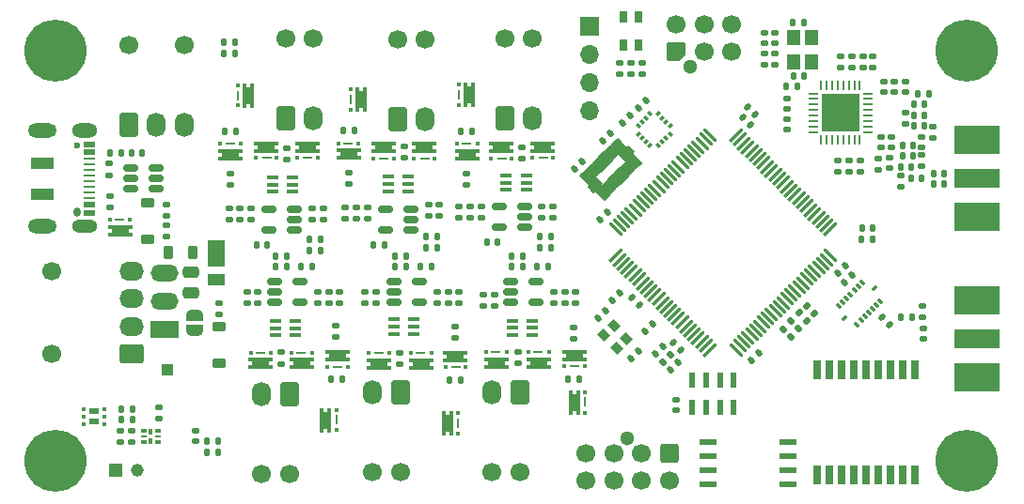
<source format=gts>
G04 #@! TF.GenerationSoftware,KiCad,Pcbnew,8.0.3*
G04 #@! TF.CreationDate,2024-07-31T22:39:35+02:00*
G04 #@! TF.ProjectId,hw-tele-stern,68772d74-656c-4652-9d73-7465726e2e6b,rev2 w/ output diodes*
G04 #@! TF.SameCoordinates,Original*
G04 #@! TF.FileFunction,Soldermask,Top*
G04 #@! TF.FilePolarity,Negative*
%FSLAX46Y46*%
G04 Gerber Fmt 4.6, Leading zero omitted, Abs format (unit mm)*
G04 Created by KiCad (PCBNEW 8.0.3) date 2024-07-31 22:39:35*
%MOMM*%
%LPD*%
G01*
G04 APERTURE LIST*
G04 Aperture macros list*
%AMRoundRect*
0 Rectangle with rounded corners*
0 $1 Rounding radius*
0 $2 $3 $4 $5 $6 $7 $8 $9 X,Y pos of 4 corners*
0 Add a 4 corners polygon primitive as box body*
4,1,4,$2,$3,$4,$5,$6,$7,$8,$9,$2,$3,0*
0 Add four circle primitives for the rounded corners*
1,1,$1+$1,$2,$3*
1,1,$1+$1,$4,$5*
1,1,$1+$1,$6,$7*
1,1,$1+$1,$8,$9*
0 Add four rect primitives between the rounded corners*
20,1,$1+$1,$2,$3,$4,$5,0*
20,1,$1+$1,$4,$5,$6,$7,0*
20,1,$1+$1,$6,$7,$8,$9,0*
20,1,$1+$1,$8,$9,$2,$3,0*%
%AMRotRect*
0 Rectangle, with rotation*
0 The origin of the aperture is its center*
0 $1 length*
0 $2 width*
0 $3 Rotation angle, in degrees counterclockwise*
0 Add horizontal line*
21,1,$1,$2,0,0,$3*%
%AMFreePoly0*
4,1,15,1.100000,0.175000,0.750000,0.175000,0.750000,-0.175000,1.100000,-0.175000,1.100000,-0.475000,0.750000,-0.475000,-0.750000,-0.475000,-1.100000,-0.475000,-1.100000,-0.175000,-0.750000,-0.175000,-0.750000,0.175000,-1.100000,0.175000,-1.100000,0.475000,1.100000,0.475000,1.100000,0.175000,1.100000,0.175000,$1*%
%AMFreePoly1*
4,1,22,0.695671,0.830970,0.776777,0.776777,0.830970,0.695671,0.850000,0.600000,0.850000,-0.600000,0.830970,-0.695671,0.776777,-0.776777,0.695671,-0.830970,0.600000,-0.850000,-0.200000,-0.850000,-0.295671,-0.830970,-0.376777,-0.776777,-0.776777,-0.376777,-0.830970,-0.295671,-0.850000,-0.200000,-0.850000,0.600000,-0.830970,0.695671,-0.776777,0.776777,-0.695671,0.830970,-0.600000,0.850000,
0.600000,0.850000,0.695671,0.830970,0.695671,0.830970,$1*%
%AMFreePoly2*
4,1,19,0.500000,-0.750000,0.000000,-0.750000,0.000000,-0.744911,-0.071157,-0.744911,-0.207708,-0.704816,-0.327430,-0.627875,-0.420627,-0.520320,-0.479746,-0.390866,-0.500000,-0.250000,-0.500000,0.250000,-0.479746,0.390866,-0.420627,0.520320,-0.327430,0.627875,-0.207708,0.704816,-0.071157,0.744911,0.000000,0.744911,0.000000,0.750000,0.500000,0.750000,0.500000,-0.750000,0.500000,-0.750000,
$1*%
%AMFreePoly3*
4,1,19,0.000000,0.744911,0.071157,0.744911,0.207708,0.704816,0.327430,0.627875,0.420627,0.520320,0.479746,0.390866,0.500000,0.250000,0.500000,-0.250000,0.479746,-0.390866,0.420627,-0.520320,0.327430,-0.627875,0.207708,-0.704816,0.071157,-0.744911,0.000000,-0.744911,0.000000,-0.750000,-0.500000,-0.750000,-0.500000,0.750000,0.000000,0.750000,0.000000,0.744911,0.000000,0.744911,
$1*%
G04 Aperture macros list end*
%ADD10C,0.155000*%
%ADD11R,2.500000X1.500000*%
%ADD12O,2.500000X1.500000*%
%ADD13R,1.150000X1.150000*%
%ADD14C,1.150000*%
%ADD15R,4.190000X2.665000*%
%ADD16R,4.190000X1.780000*%
%ADD17RoundRect,0.021200X0.243800X-0.633800X0.243800X0.633800X-0.243800X0.633800X-0.243800X-0.633800X0*%
%ADD18R,1.610000X0.610000*%
%ADD19R,0.580000X0.300000*%
%ADD20R,0.580000X0.250000*%
%ADD21R,0.350000X0.630000*%
%ADD22RoundRect,0.135000X-0.185000X0.135000X-0.185000X-0.135000X0.185000X-0.135000X0.185000X0.135000X0*%
%ADD23RoundRect,0.140000X-0.219203X-0.021213X-0.021213X-0.219203X0.219203X0.021213X0.021213X0.219203X0*%
%ADD24RoundRect,0.062500X-0.375000X-0.062500X0.375000X-0.062500X0.375000X0.062500X-0.375000X0.062500X0*%
%ADD25RoundRect,0.062500X-0.062500X-0.375000X0.062500X-0.375000X0.062500X0.375000X-0.062500X0.375000X0*%
%ADD26R,3.450000X3.450000*%
%ADD27RoundRect,0.075000X-0.459619X-0.565685X0.565685X0.459619X0.459619X0.565685X-0.565685X-0.459619X0*%
%ADD28RoundRect,0.075000X0.459619X-0.565685X0.565685X-0.459619X-0.459619X0.565685X-0.565685X0.459619X0*%
%ADD29R,0.300000X0.350000*%
%ADD30R,0.235000X0.870000*%
%ADD31FreePoly0,90.000000*%
%ADD32C,1.700000*%
%ADD33RoundRect,0.250000X0.850000X0.600000X-0.850000X0.600000X-0.850000X-0.600000X0.850000X-0.600000X0*%
%ADD34O,2.200000X1.700000*%
%ADD35R,0.350000X0.300000*%
%ADD36R,0.870000X0.235000*%
%ADD37FreePoly0,180.000000*%
%ADD38RoundRect,0.147500X-0.147500X-0.172500X0.147500X-0.172500X0.147500X0.172500X-0.147500X0.172500X0*%
%ADD39RoundRect,0.147500X0.017678X-0.226274X0.226274X-0.017678X-0.017678X0.226274X-0.226274X0.017678X0*%
%ADD40RoundRect,0.140000X0.170000X-0.140000X0.170000X0.140000X-0.170000X0.140000X-0.170000X-0.140000X0*%
%ADD41R,1.150000X1.400000*%
%ADD42FreePoly0,0.000000*%
%ADD43RoundRect,0.135000X0.185000X-0.135000X0.185000X0.135000X-0.185000X0.135000X-0.185000X-0.135000X0*%
%ADD44RoundRect,0.218750X-0.218750X-0.381250X0.218750X-0.381250X0.218750X0.381250X-0.218750X0.381250X0*%
%ADD45RoundRect,0.135000X-0.135000X-0.185000X0.135000X-0.185000X0.135000X0.185000X-0.135000X0.185000X0*%
%ADD46RoundRect,0.135000X-0.035355X0.226274X-0.226274X0.035355X0.035355X-0.226274X0.226274X-0.035355X0*%
%ADD47RoundRect,0.135000X0.135000X0.185000X-0.135000X0.185000X-0.135000X-0.185000X0.135000X-0.185000X0*%
%ADD48RoundRect,0.140000X0.219203X0.021213X0.021213X0.219203X-0.219203X-0.021213X-0.021213X-0.219203X0*%
%ADD49RoundRect,0.140000X-0.140000X-0.170000X0.140000X-0.170000X0.140000X0.170000X-0.140000X0.170000X0*%
%ADD50RoundRect,0.147500X-0.172500X0.147500X-0.172500X-0.147500X0.172500X-0.147500X0.172500X0.147500X0*%
%ADD51RoundRect,0.140000X0.140000X0.170000X-0.140000X0.170000X-0.140000X-0.170000X0.140000X-0.170000X0*%
%ADD52R,1.100000X0.400000*%
%ADD53RoundRect,0.150000X0.512500X0.150000X-0.512500X0.150000X-0.512500X-0.150000X0.512500X-0.150000X0*%
%ADD54RotRect,0.800000X0.900000X45.000000*%
%ADD55RoundRect,0.225000X0.375000X-0.225000X0.375000X0.225000X-0.375000X0.225000X-0.375000X-0.225000X0*%
%ADD56R,1.500000X2.400000*%
%ADD57R,1.500000X1.050000*%
%ADD58RoundRect,0.140000X0.021213X-0.219203X0.219203X-0.021213X-0.021213X0.219203X-0.219203X0.021213X0*%
%ADD59RoundRect,0.147500X0.172500X-0.147500X0.172500X0.147500X-0.172500X0.147500X-0.172500X-0.147500X0*%
%ADD60RoundRect,0.135000X-0.226274X-0.035355X-0.035355X-0.226274X0.226274X0.035355X0.035355X0.226274X0*%
%ADD61RotRect,0.590000X0.350000X135.000000*%
%ADD62RotRect,0.590000X0.350000X45.000000*%
%ADD63RotRect,0.590000X0.350000X315.000000*%
%ADD64RotRect,0.590000X0.350000X225.000000*%
%ADD65RoundRect,0.140000X-0.170000X0.140000X-0.170000X-0.140000X0.170000X-0.140000X0.170000X0.140000X0*%
%ADD66RoundRect,0.135000X0.035355X-0.226274X0.226274X-0.035355X-0.035355X0.226274X-0.226274X0.035355X0*%
%ADD67RoundRect,0.150000X-0.512500X-0.150000X0.512500X-0.150000X0.512500X0.150000X-0.512500X0.150000X0*%
%ADD68RoundRect,0.135000X0.226274X0.035355X0.035355X0.226274X-0.226274X-0.035355X-0.035355X-0.226274X0*%
%ADD69C,5.600000*%
%ADD70RoundRect,0.140000X-0.021213X0.219203X-0.219203X0.021213X0.021213X-0.219203X0.219203X-0.021213X0*%
%ADD71RoundRect,0.250000X-0.600000X0.850000X-0.600000X-0.850000X0.600000X-0.850000X0.600000X0.850000X0*%
%ADD72O,1.700000X2.200000*%
%ADD73C,1.300000*%
%ADD74FreePoly1,90.000000*%
%ADD75FreePoly0,270.000000*%
%ADD76R,0.700000X1.800000*%
%ADD77R,0.800000X1.800000*%
%ADD78O,2.600000X1.300000*%
%ADD79O,2.300000X1.200000*%
%ADD80O,2.300000X1.300000*%
%ADD81R,1.000000X0.520000*%
%ADD82R,1.000000X0.270000*%
%ADD83O,0.600000X0.850000*%
%ADD84R,2.000000X1.000000*%
%ADD85C,0.600000*%
%ADD86R,1.000000X1.000000*%
%ADD87RotRect,0.450000X0.300000X135.000000*%
%ADD88RotRect,0.300000X0.450000X135.000000*%
%ADD89R,1.700000X1.700000*%
%ADD90O,1.700000X1.700000*%
%ADD91FreePoly2,90.000000*%
%ADD92FreePoly3,90.000000*%
%ADD93RoundRect,0.250000X0.475000X-0.250000X0.475000X0.250000X-0.475000X0.250000X-0.475000X-0.250000X0*%
%ADD94R,0.800000X1.000000*%
%ADD95RoundRect,0.250000X0.600000X-0.850000X0.600000X0.850000X-0.600000X0.850000X-0.600000X-0.850000X0*%
%ADD96RoundRect,0.250000X-0.600000X0.600000X-0.600000X-0.600000X0.600000X-0.600000X0.600000X0.600000X0*%
%ADD97R,0.325000X0.300000*%
%ADD98R,0.950000X0.613000*%
G04 APERTURE END LIST*
D10*
X139942151Y-92323460D02*
X139440105Y-92825506D01*
X138718856Y-92104257D01*
X139220902Y-91602211D01*
X139942151Y-92323460D01*
G36*
X139942151Y-92323460D02*
G01*
X139440105Y-92825506D01*
X138718856Y-92104257D01*
X139220902Y-91602211D01*
X139942151Y-92323460D01*
G37*
X140507836Y-91757775D02*
X140005791Y-92259821D01*
X139284542Y-91538572D01*
X139786587Y-91036526D01*
X140507836Y-91757775D01*
G36*
X140507836Y-91757775D02*
G01*
X140005791Y-92259821D01*
X139284542Y-91538572D01*
X139786587Y-91036526D01*
X140507836Y-91757775D01*
G37*
X140649258Y-92825506D02*
X139928009Y-93546755D01*
X139425963Y-93044709D01*
X140147212Y-92323460D01*
X140649258Y-92825506D01*
G36*
X140649258Y-92825506D02*
G01*
X139928009Y-93546755D01*
X139425963Y-93044709D01*
X140147212Y-92323460D01*
X140649258Y-92825506D01*
G37*
X141073522Y-91192089D02*
X140571476Y-91694135D01*
X139850227Y-90972886D01*
X140352273Y-90470840D01*
X141073522Y-91192089D01*
G36*
X141073522Y-91192089D02*
G01*
X140571476Y-91694135D01*
X139850227Y-90972886D01*
X140352273Y-90470840D01*
X141073522Y-91192089D01*
G37*
X141370507Y-93751816D02*
X140868461Y-94253862D01*
X140147212Y-93532613D01*
X140649258Y-93030567D01*
X141370507Y-93751816D01*
G36*
X141370507Y-93751816D02*
G01*
X140868461Y-94253862D01*
X140147212Y-93532613D01*
X140649258Y-93030567D01*
X141370507Y-93751816D01*
G37*
X141639207Y-90626404D02*
X141137161Y-91128450D01*
X140415912Y-90407201D01*
X140917958Y-89905155D01*
X141639207Y-90626404D01*
G36*
X141639207Y-90626404D02*
G01*
X141137161Y-91128450D01*
X140415912Y-90407201D01*
X140917958Y-89905155D01*
X141639207Y-90626404D01*
G37*
X141936192Y-93186131D02*
X141434146Y-93688176D01*
X140712897Y-92966927D01*
X141214943Y-92464882D01*
X141936192Y-93186131D01*
G36*
X141936192Y-93186131D02*
G01*
X141434146Y-93688176D01*
X140712897Y-92966927D01*
X141214943Y-92464882D01*
X141936192Y-93186131D01*
G37*
X142204893Y-90060719D02*
X141702847Y-90562764D01*
X140981598Y-89841515D01*
X141483644Y-89339470D01*
X142204893Y-90060719D01*
G36*
X142204893Y-90060719D02*
G01*
X141702847Y-90562764D01*
X140981598Y-89841515D01*
X141483644Y-89339470D01*
X142204893Y-90060719D01*
G37*
X142501878Y-92620445D02*
X141999832Y-93122491D01*
X141278583Y-92401242D01*
X141780629Y-91899196D01*
X142501878Y-92620445D01*
G36*
X142501878Y-92620445D02*
G01*
X141999832Y-93122491D01*
X141278583Y-92401242D01*
X141780629Y-91899196D01*
X142501878Y-92620445D01*
G37*
X142770578Y-89495033D02*
X142268532Y-89997079D01*
X141547283Y-89275830D01*
X142049329Y-88773784D01*
X142770578Y-89495033D01*
G36*
X142770578Y-89495033D02*
G01*
X142268532Y-89997079D01*
X141547283Y-89275830D01*
X142049329Y-88773784D01*
X142770578Y-89495033D01*
G37*
X143067563Y-92054760D02*
X142565517Y-92556806D01*
X141844268Y-91835557D01*
X142346314Y-91333511D01*
X143067563Y-92054760D01*
G36*
X143067563Y-92054760D02*
G01*
X142565517Y-92556806D01*
X141844268Y-91835557D01*
X142346314Y-91333511D01*
X143067563Y-92054760D01*
G37*
X143633248Y-91489074D02*
X143131203Y-91991120D01*
X142409954Y-91269871D01*
X142911999Y-90767825D01*
X143633248Y-91489074D01*
G36*
X143633248Y-91489074D02*
G01*
X143131203Y-91991120D01*
X142409954Y-91269871D01*
X142911999Y-90767825D01*
X143633248Y-91489074D01*
G37*
X143491827Y-89982937D02*
X142770578Y-90704186D01*
X142268532Y-90202140D01*
X142989781Y-89480891D01*
X143491827Y-89982937D01*
G36*
X143491827Y-89982937D02*
G01*
X142770578Y-90704186D01*
X142268532Y-90202140D01*
X142989781Y-89480891D01*
X143491827Y-89982937D01*
G37*
X144198934Y-90923389D02*
X143696888Y-91425435D01*
X142975639Y-90704186D01*
X143477685Y-90202140D01*
X144198934Y-90923389D01*
G36*
X144198934Y-90923389D02*
G01*
X143696888Y-91425435D01*
X142975639Y-90704186D01*
X143477685Y-90202140D01*
X144198934Y-90923389D01*
G37*
D11*
X101276395Y-105946323D03*
D12*
X101276395Y-103406323D03*
X101276395Y-100866323D03*
D13*
X96851895Y-118613823D03*
D14*
X98858895Y-118613823D03*
D15*
X174423895Y-95806323D03*
X174423895Y-88821323D03*
D16*
X174423895Y-92313823D03*
D17*
X148783895Y-112963823D03*
X150033895Y-112963823D03*
X151283895Y-112963823D03*
X152533895Y-112963823D03*
X152533895Y-110563823D03*
X151283895Y-110563823D03*
X150033895Y-110563823D03*
X148783895Y-110563823D03*
D18*
X150196395Y-116108823D03*
X150196395Y-117378823D03*
X150196395Y-118648823D03*
X150196395Y-119918823D03*
X157406395Y-119918823D03*
X157406395Y-118648823D03*
X157406395Y-117378823D03*
X157406395Y-116108823D03*
D19*
X99388895Y-115113823D03*
D20*
X99388895Y-115613823D03*
D19*
X99388895Y-116113823D03*
D21*
X100023895Y-116048823D03*
D19*
X100658895Y-116113823D03*
D20*
X100658895Y-115613823D03*
D19*
X100658895Y-115113823D03*
D21*
X100023895Y-115178823D03*
D22*
X115058895Y-102553823D03*
X115058895Y-103573823D03*
D23*
X153769484Y-85924412D03*
X154448306Y-86603234D03*
D24*
X159698895Y-84663823D03*
X159698895Y-85163823D03*
X159698895Y-85663823D03*
X159698895Y-86163823D03*
X159698895Y-86663823D03*
X159698895Y-87163823D03*
X159698895Y-87663823D03*
X159698895Y-88163823D03*
D25*
X160386395Y-88851323D03*
X160886395Y-88851323D03*
X161386395Y-88851323D03*
X161886395Y-88851323D03*
X162386395Y-88851323D03*
X162886395Y-88851323D03*
X163386395Y-88851323D03*
X163886395Y-88851323D03*
D24*
X164573895Y-88163823D03*
X164573895Y-87663823D03*
X164573895Y-87163823D03*
X164573895Y-86663823D03*
X164573895Y-86163823D03*
X164573895Y-85663823D03*
X164573895Y-85163823D03*
X164573895Y-84663823D03*
D25*
X163886395Y-83976323D03*
X163386395Y-83976323D03*
X162886395Y-83976323D03*
X162386395Y-83976323D03*
X161886395Y-83976323D03*
X161386395Y-83976323D03*
X160886395Y-83976323D03*
X160386395Y-83976323D03*
D26*
X162136395Y-86413823D03*
D27*
X141889210Y-99298227D03*
X142242763Y-99651780D03*
X142596317Y-100005334D03*
X142949870Y-100358887D03*
X143303423Y-100712440D03*
X143656977Y-101065994D03*
X144010530Y-101419547D03*
X144364084Y-101773101D03*
X144717637Y-102126654D03*
X145071190Y-102480207D03*
X145424744Y-102833761D03*
X145778297Y-103187314D03*
X146131850Y-103540868D03*
X146485404Y-103894421D03*
X146838957Y-104247974D03*
X147192511Y-104601528D03*
X147546064Y-104955081D03*
X147899617Y-105308634D03*
X148253171Y-105662188D03*
X148606724Y-106015741D03*
X148960278Y-106369295D03*
X149313831Y-106722848D03*
X149667384Y-107076401D03*
X150020938Y-107429955D03*
X150374491Y-107783508D03*
D28*
X152743299Y-107783508D03*
X153096852Y-107429955D03*
X153450406Y-107076401D03*
X153803959Y-106722848D03*
X154157512Y-106369295D03*
X154511066Y-106015741D03*
X154864619Y-105662188D03*
X155218173Y-105308634D03*
X155571726Y-104955081D03*
X155925279Y-104601528D03*
X156278833Y-104247974D03*
X156632386Y-103894421D03*
X156985940Y-103540868D03*
X157339493Y-103187314D03*
X157693046Y-102833761D03*
X158046600Y-102480207D03*
X158400153Y-102126654D03*
X158753706Y-101773101D03*
X159107260Y-101419547D03*
X159460813Y-101065994D03*
X159814367Y-100712440D03*
X160167920Y-100358887D03*
X160521473Y-100005334D03*
X160875027Y-99651780D03*
X161228580Y-99298227D03*
D27*
X161228580Y-96929419D03*
X160875027Y-96575866D03*
X160521473Y-96222312D03*
X160167920Y-95868759D03*
X159814367Y-95515206D03*
X159460813Y-95161652D03*
X159107260Y-94808099D03*
X158753706Y-94454545D03*
X158400153Y-94100992D03*
X158046600Y-93747439D03*
X157693046Y-93393885D03*
X157339493Y-93040332D03*
X156985940Y-92686778D03*
X156632386Y-92333225D03*
X156278833Y-91979672D03*
X155925279Y-91626118D03*
X155571726Y-91272565D03*
X155218173Y-90919012D03*
X154864619Y-90565458D03*
X154511066Y-90211905D03*
X154157512Y-89858351D03*
X153803959Y-89504798D03*
X153450406Y-89151245D03*
X153096852Y-88797691D03*
X152743299Y-88444138D03*
D28*
X150374491Y-88444138D03*
X150020938Y-88797691D03*
X149667384Y-89151245D03*
X149313831Y-89504798D03*
X148960278Y-89858351D03*
X148606724Y-90211905D03*
X148253171Y-90565458D03*
X147899617Y-90919012D03*
X147546064Y-91272565D03*
X147192511Y-91626118D03*
X146838957Y-91979672D03*
X146485404Y-92333225D03*
X146131850Y-92686778D03*
X145778297Y-93040332D03*
X145424744Y-93393885D03*
X145071190Y-93747439D03*
X144717637Y-94100992D03*
X144364084Y-94454545D03*
X144010530Y-94808099D03*
X143656977Y-95161652D03*
X143303423Y-95515206D03*
X142949870Y-95868759D03*
X142596317Y-96222312D03*
X142242763Y-96575866D03*
X141889210Y-96929419D03*
D29*
X127731863Y-115371359D03*
D30*
X127731863Y-114406359D03*
D29*
X127731863Y-113521359D03*
D31*
X126756863Y-114446359D03*
D32*
X91151395Y-108163823D03*
X91151395Y-100663823D03*
D33*
X98331395Y-108163823D03*
D34*
X98331395Y-105663823D03*
X98331395Y-103163823D03*
X98331395Y-100663823D03*
D35*
X132080002Y-108016969D03*
D36*
X131115002Y-108016969D03*
D35*
X130230002Y-108016969D03*
D37*
X131155002Y-108991969D03*
D38*
X168723895Y-87563823D03*
X169693895Y-87563823D03*
D39*
X146141253Y-108896181D03*
X146827147Y-108210287D03*
D40*
X167008895Y-84543823D03*
X167008895Y-83583823D03*
D41*
X159558895Y-81813823D03*
X159558895Y-79613823D03*
X157957895Y-79613823D03*
X157957895Y-81813823D03*
D35*
X123733895Y-90531323D03*
D36*
X124698895Y-90531323D03*
D35*
X125583895Y-90531323D03*
D42*
X124658895Y-89556323D03*
D43*
X120308895Y-103573823D03*
X120308895Y-102553823D03*
D44*
X103782500Y-99040000D03*
X101657500Y-99040000D03*
D45*
X111288895Y-100313823D03*
X112308895Y-100313823D03*
D46*
X158369519Y-105903199D03*
X157648271Y-106624447D03*
D45*
X105048895Y-117019419D03*
X106068895Y-117019419D03*
D47*
X115318895Y-98813823D03*
X114298895Y-98813823D03*
D48*
X147723611Y-107792645D03*
X147044789Y-107113823D03*
D35*
X121526863Y-108081359D03*
D36*
X120561863Y-108081359D03*
D35*
X119676863Y-108081359D03*
D37*
X120601863Y-109056359D03*
D22*
X96358895Y-93903823D03*
X96358895Y-94923823D03*
D35*
X137240002Y-109291969D03*
D36*
X138205002Y-109291969D03*
D35*
X139090002Y-109291969D03*
D42*
X138165002Y-108316969D03*
D22*
X136308895Y-102536359D03*
X136308895Y-103556359D03*
D49*
X113578895Y-100313823D03*
X114538895Y-100313823D03*
D50*
X170458895Y-87678823D03*
X170458895Y-88648823D03*
D43*
X144258895Y-82923823D03*
X144258895Y-81903823D03*
X155258895Y-82086323D03*
X155258895Y-81066323D03*
D45*
X106669895Y-88085323D03*
X107689895Y-88085323D03*
D35*
X118758895Y-89181323D03*
D36*
X117793895Y-89181323D03*
D35*
X116908895Y-89181323D03*
D37*
X117833895Y-90156323D03*
D45*
X117323895Y-88031323D03*
X118343895Y-88031323D03*
D49*
X168478895Y-92313823D03*
X169438895Y-92313823D03*
D51*
X121058895Y-98313823D03*
X120098895Y-98313823D03*
D52*
X121433895Y-92181323D03*
X121433895Y-92831323D03*
X121433895Y-93481323D03*
X123233895Y-93481323D03*
X123233895Y-92831323D03*
X123233895Y-92181323D03*
D53*
X133696395Y-96763823D03*
X133696395Y-95813823D03*
X133696395Y-94863823D03*
X131421395Y-94863823D03*
X131421395Y-96763823D03*
D54*
X140833590Y-106472402D03*
X142000316Y-107639128D03*
X142884200Y-106755244D03*
X141717474Y-105588518D03*
D40*
X157358895Y-87943823D03*
X157358895Y-86983823D03*
D55*
X99713895Y-97808823D03*
X99713895Y-94508823D03*
D40*
X147358895Y-113243823D03*
X147358895Y-112283823D03*
D56*
X105958895Y-99063823D03*
D57*
X105958895Y-101438823D03*
D47*
X133558895Y-99313823D03*
X132538895Y-99313823D03*
D58*
X143919484Y-85983564D03*
X144598306Y-85304742D03*
D35*
X130668895Y-90521323D03*
D36*
X131633895Y-90521323D03*
D35*
X132518895Y-90521323D03*
D42*
X131593895Y-89546323D03*
D40*
X165058895Y-82293823D03*
X165058895Y-81333823D03*
D59*
X167958895Y-87398823D03*
X167958895Y-86428823D03*
D35*
X120058895Y-90506323D03*
D36*
X121023895Y-90506323D03*
D35*
X121908895Y-90506323D03*
D42*
X120983895Y-89531323D03*
D59*
X169568895Y-106808823D03*
X169568895Y-105838823D03*
D43*
X109699074Y-103574586D03*
X109699074Y-102554586D03*
D22*
X128433895Y-91911323D03*
X128433895Y-92931323D03*
D38*
X168723895Y-85613823D03*
X169693895Y-85613823D03*
D58*
X140519484Y-96053234D03*
X141198306Y-95374412D03*
D40*
X164158895Y-82293823D03*
X164158895Y-81333823D03*
D60*
X158386436Y-104451537D03*
X159107684Y-105172785D03*
D29*
X116756863Y-115046359D03*
D30*
X116756863Y-114081359D03*
D29*
X116756863Y-113196359D03*
D31*
X115781863Y-114121359D03*
D51*
X158828895Y-78273823D03*
X157868895Y-78273823D03*
X158238895Y-84063823D03*
X157278895Y-84063823D03*
D35*
X129433895Y-89221323D03*
D36*
X128468895Y-89221323D03*
D35*
X127583895Y-89221323D03*
D37*
X128508895Y-90196323D03*
D22*
X114558895Y-95053823D03*
X114558895Y-96073823D03*
D61*
X165743335Y-103376942D03*
X165389781Y-103730496D03*
X165036228Y-104084049D03*
X164682674Y-104437602D03*
X164329121Y-104791156D03*
X163975568Y-105144709D03*
X163622014Y-105498263D03*
D62*
X162504786Y-104967932D03*
D63*
X161974455Y-103850704D03*
X162328009Y-103497150D03*
X162681562Y-103143597D03*
X163035116Y-102790044D03*
X163388669Y-102436490D03*
X163742222Y-102082937D03*
X164095776Y-101729383D03*
D64*
X165213004Y-102259714D03*
D45*
X105048895Y-116019419D03*
X106068895Y-116019419D03*
D65*
X163908895Y-90733823D03*
X163908895Y-91693823D03*
D66*
X156948271Y-105924447D03*
X157669519Y-105203199D03*
D35*
X98183895Y-96063823D03*
D36*
X97218895Y-96063823D03*
D35*
X96333895Y-96063823D03*
D37*
X97258895Y-97038823D03*
D67*
X111171395Y-101613823D03*
X111171395Y-102563823D03*
X111171395Y-103513823D03*
X113446395Y-103513823D03*
X113446395Y-101613823D03*
D43*
X109058895Y-96073823D03*
X109058895Y-95053823D03*
D22*
X128808895Y-94821323D03*
X128808895Y-95841323D03*
D68*
X159797512Y-104519748D03*
X159076264Y-103798500D03*
D69*
X91458895Y-80813823D03*
D47*
X123068895Y-99313823D03*
X122048895Y-99313823D03*
D38*
X96373895Y-90013823D03*
X97343895Y-90013823D03*
D40*
X168008895Y-84543823D03*
X168008895Y-83583823D03*
X162158895Y-82293823D03*
X162158895Y-81333823D03*
D49*
X169128895Y-84663823D03*
X170088895Y-84663823D03*
D43*
X142258895Y-82923823D03*
X142258895Y-81903823D03*
D50*
X165758895Y-88578823D03*
X165758895Y-89548823D03*
D22*
X112279895Y-89575323D03*
X112279895Y-90595323D03*
X133433895Y-89511323D03*
X133433895Y-90531323D03*
D45*
X135048895Y-97563823D03*
X136068895Y-97563823D03*
D35*
X110876863Y-108031359D03*
D36*
X109911863Y-108031359D03*
D35*
X109026863Y-108031359D03*
D37*
X109951863Y-109006359D03*
D22*
X130006863Y-102786359D03*
X130006863Y-103806359D03*
D43*
X137308895Y-103556359D03*
X137308895Y-102536359D03*
D65*
X161908895Y-90738823D03*
X161908895Y-91698823D03*
D45*
X132538895Y-100313823D03*
X133558895Y-100313823D03*
D65*
X166558895Y-90433823D03*
X166558895Y-91393823D03*
D70*
X162598306Y-100174412D03*
X161919484Y-100853234D03*
D22*
X101413895Y-94648823D03*
X101413895Y-95668823D03*
D45*
X127923895Y-88121323D03*
X128943895Y-88121323D03*
D22*
X96258895Y-91003823D03*
X96258895Y-92023823D03*
D32*
X122506863Y-118811359D03*
X120006863Y-118811359D03*
D71*
X122506863Y-111631359D03*
D72*
X120006863Y-111631359D03*
D50*
X104096395Y-115078823D03*
X104096395Y-116048823D03*
D47*
X125828895Y-98563823D03*
X124808895Y-98563823D03*
D43*
X127808895Y-95841323D03*
X127808895Y-94821323D03*
D58*
X142519484Y-87353234D03*
X143198306Y-86674412D03*
D70*
X146123611Y-107513823D03*
X145444789Y-108192645D03*
D45*
X124808895Y-97563823D03*
X125828895Y-97563823D03*
X122048895Y-100313823D03*
X123068895Y-100313823D03*
D43*
X143248895Y-82923823D03*
X143248895Y-81903823D03*
D49*
X134828895Y-100313823D03*
X135788895Y-100313823D03*
D47*
X136068895Y-98563823D03*
X135048895Y-98563823D03*
D52*
X113076863Y-106481359D03*
X113076863Y-105831359D03*
X113076863Y-105181359D03*
X111276863Y-105181359D03*
X111276863Y-105831359D03*
X111276863Y-106481359D03*
D70*
X141023611Y-104265833D03*
X140344789Y-104944655D03*
D43*
X138115002Y-106826969D03*
X138115002Y-105806969D03*
D35*
X125291863Y-108081359D03*
D36*
X124326863Y-108081359D03*
D35*
X123441863Y-108081359D03*
D37*
X124366863Y-109056359D03*
D73*
X148608895Y-82253823D03*
D74*
X147358895Y-80913823D03*
D32*
X149858895Y-80913823D03*
X152358895Y-80913823D03*
X147358895Y-78413823D03*
X149858895Y-78413823D03*
X152358895Y-78413823D03*
D38*
X167723895Y-89363823D03*
X168693895Y-89363823D03*
D29*
X127763895Y-83831323D03*
D30*
X127763895Y-84796323D03*
D29*
X127763895Y-85681323D03*
D75*
X128738895Y-84756323D03*
D22*
X138308895Y-102526359D03*
X138308895Y-103546359D03*
D50*
X169458895Y-90243823D03*
X169458895Y-91213823D03*
D76*
X160058895Y-119113823D03*
D77*
X161158895Y-119113823D03*
X162258895Y-119113823D03*
X163358895Y-119113823D03*
X164458895Y-119113823D03*
X165558895Y-119113823D03*
X166658895Y-119113823D03*
X167758895Y-119113823D03*
D76*
X168858895Y-119113823D03*
X168858895Y-109613823D03*
D77*
X167758895Y-109613823D03*
X166658895Y-109613823D03*
X165558895Y-109613823D03*
X164458895Y-109613823D03*
X163358895Y-109613823D03*
X162258895Y-109613823D03*
X161158895Y-109613823D03*
D76*
X160058895Y-109613823D03*
D43*
X116676863Y-106641359D03*
X116676863Y-105621359D03*
D47*
X127976863Y-110531359D03*
X126956863Y-110531359D03*
D45*
X97348895Y-113113823D03*
X98368895Y-113113823D03*
D52*
X132033895Y-92071323D03*
X132033895Y-92721323D03*
X132033895Y-93371323D03*
X133833895Y-93371323D03*
X133833895Y-92721323D03*
X133833895Y-92071323D03*
D43*
X126031697Y-95687963D03*
X126031697Y-94667963D03*
D22*
X119308895Y-102553823D03*
X119308895Y-103573823D03*
X100758895Y-113003823D03*
X100758895Y-114023823D03*
D43*
X119558895Y-95943823D03*
X119558895Y-94923823D03*
X156258895Y-82088823D03*
X156258895Y-81068823D03*
D38*
X164073895Y-96813823D03*
X165043895Y-96813823D03*
D52*
X134415002Y-106466969D03*
X134415002Y-105816969D03*
X134415002Y-105166969D03*
X132615002Y-105166969D03*
X132615002Y-105816969D03*
X132615002Y-106466969D03*
D40*
X101413895Y-97538823D03*
X101413895Y-96578823D03*
D32*
X112506863Y-118986359D03*
X110006863Y-118986359D03*
D71*
X112506863Y-111806359D03*
D72*
X110006863Y-111806359D03*
D69*
X91458895Y-117813823D03*
D78*
X90290000Y-96652000D03*
D79*
X94115000Y-96652000D03*
D78*
X90290000Y-88012000D03*
D80*
X94115000Y-88012000D03*
D81*
X94490000Y-89232000D03*
X94490000Y-89982000D03*
D82*
X94490000Y-91082000D03*
X94490000Y-91582000D03*
X94490000Y-92582000D03*
X94490000Y-93582000D03*
D81*
X94490000Y-94682000D03*
X94490000Y-95432000D03*
X94490000Y-95432000D03*
X94490000Y-94682000D03*
D82*
X94490000Y-94082000D03*
X94490000Y-93082000D03*
X94490000Y-92082000D03*
X94490000Y-90582000D03*
D81*
X94490000Y-89982000D03*
X94490000Y-89232000D03*
D83*
X93390000Y-95332000D03*
D84*
X90290000Y-93732000D03*
X90290000Y-90932000D03*
D85*
X93390000Y-89332000D03*
D86*
X101558895Y-109563823D03*
D67*
X121921395Y-101613823D03*
X121921395Y-102563823D03*
X121921395Y-103513823D03*
X124196395Y-103513823D03*
X124196395Y-101613823D03*
D45*
X97358895Y-114113823D03*
X98378895Y-114113823D03*
D47*
X107668895Y-80063823D03*
X106648895Y-80063823D03*
D87*
X145730126Y-89376044D03*
X146083679Y-89022491D03*
X146437233Y-88668937D03*
X146790786Y-88315384D03*
D88*
X146790786Y-87572922D03*
X146437233Y-87219369D03*
X146083679Y-86865815D03*
X145730126Y-86512262D03*
D87*
X144987664Y-86512262D03*
X144634111Y-86865815D03*
X144280557Y-87219369D03*
X143927004Y-87572922D03*
D88*
X143927004Y-88315384D03*
X144280557Y-88668937D03*
X144634111Y-89022491D03*
X144987664Y-89376044D03*
D47*
X138625002Y-110416969D03*
X137605002Y-110416969D03*
D70*
X154798306Y-108074412D03*
X154119484Y-108753234D03*
D40*
X98323895Y-116083823D03*
X98323895Y-115123823D03*
D58*
X143244789Y-108544655D03*
X143923611Y-107865833D03*
D35*
X113214895Y-90485323D03*
D36*
X114179895Y-90485323D03*
D35*
X115064895Y-90485323D03*
D42*
X114139895Y-89510323D03*
D89*
X139558895Y-78613823D03*
D90*
X139558895Y-81153823D03*
X139558895Y-83693823D03*
X139558895Y-86233823D03*
D65*
X157358895Y-85083823D03*
X157358895Y-86043823D03*
D49*
X124328895Y-100313823D03*
X125288895Y-100313823D03*
D65*
X166708895Y-88583823D03*
X166708895Y-89543823D03*
D91*
X103958895Y-106013823D03*
D92*
X103958895Y-104713823D03*
D45*
X164048895Y-97813823D03*
X165068895Y-97813823D03*
D22*
X135263895Y-94821323D03*
X135263895Y-95841323D03*
D93*
X103658895Y-102663823D03*
X103658895Y-100763823D03*
D38*
X170523895Y-91863823D03*
X171493895Y-91863823D03*
D52*
X123726863Y-106331359D03*
X123726863Y-105681359D03*
X123726863Y-105031359D03*
X121926863Y-105031359D03*
X121926863Y-105681359D03*
X121926863Y-106331359D03*
D23*
X165850589Y-104820589D03*
X166529411Y-105499411D03*
D58*
X162519484Y-101753234D03*
X163198306Y-101074412D03*
D35*
X108154895Y-89210323D03*
D36*
X107189895Y-89210323D03*
D35*
X106304895Y-89210323D03*
D37*
X107229895Y-90185323D03*
D22*
X162908895Y-90703823D03*
X162908895Y-91723823D03*
D48*
X143998306Y-103753234D03*
X143319484Y-103074412D03*
D32*
X133256863Y-118826359D03*
X130756863Y-118826359D03*
D71*
X133256863Y-111646359D03*
D72*
X130756863Y-111646359D03*
D35*
X126551863Y-109356359D03*
D36*
X127516863Y-109356359D03*
D35*
X128401863Y-109356359D03*
D42*
X127476863Y-108381359D03*
D29*
X118013895Y-84256323D03*
D30*
X118013895Y-85221323D03*
D29*
X118013895Y-86106323D03*
D75*
X118988895Y-85181323D03*
D22*
X118558895Y-94923823D03*
X118558895Y-95943823D03*
X165558895Y-90503823D03*
X165558895Y-91523823D03*
D51*
X168558895Y-104813823D03*
X167598895Y-104813823D03*
D47*
X112308895Y-99313823D03*
X111288895Y-99313823D03*
D69*
X173458895Y-80813823D03*
D70*
X141398306Y-88274412D03*
X140719484Y-88953234D03*
D22*
X117833895Y-91821323D03*
X117833895Y-92841323D03*
D40*
X166058895Y-84543823D03*
X166058895Y-83583823D03*
D43*
X136263895Y-95841323D03*
X136263895Y-94821323D03*
X117558895Y-95943823D03*
X117558895Y-94923823D03*
D47*
X107668895Y-81063823D03*
X106648895Y-81063823D03*
D45*
X114298895Y-97813823D03*
X115318895Y-97813823D03*
D35*
X134408895Y-90471323D03*
D36*
X135373895Y-90471323D03*
D35*
X136258895Y-90471323D03*
D42*
X135333895Y-89496323D03*
D16*
X174423895Y-106813823D03*
D15*
X174423895Y-103321323D03*
X174423895Y-110306323D03*
D51*
X110538895Y-98313823D03*
X109578895Y-98313823D03*
D55*
X106158895Y-108963823D03*
X106158895Y-105663823D03*
D22*
X125808895Y-102536359D03*
X125808895Y-103556359D03*
D94*
X143958895Y-77763823D03*
X142558895Y-77763823D03*
X142558895Y-80263823D03*
X143958895Y-80263823D03*
D65*
X169458895Y-88563823D03*
X169458895Y-89523823D03*
D32*
X131913895Y-79721323D03*
X134413895Y-79721323D03*
D95*
X131913895Y-86901323D03*
D72*
X134413895Y-86901323D03*
D53*
X100496395Y-93263823D03*
X100496395Y-92313823D03*
X100496395Y-91363823D03*
X98221395Y-91363823D03*
X98221395Y-92313823D03*
X98221395Y-93263823D03*
D49*
X98278895Y-90013823D03*
X99238895Y-90013823D03*
D73*
X142958895Y-115753823D03*
D96*
X146708895Y-117093823D03*
D32*
X144208895Y-117093823D03*
X141708895Y-117093823D03*
X139208895Y-117093823D03*
X146708895Y-119593823D03*
X144208895Y-119593823D03*
X141708895Y-119593823D03*
X139208895Y-119593823D03*
D35*
X114551863Y-108031359D03*
D36*
X113586863Y-108031359D03*
D35*
X112701863Y-108031359D03*
D37*
X113626863Y-109006359D03*
D49*
X168728895Y-86613823D03*
X169688895Y-86613823D03*
D52*
X110979895Y-92235323D03*
X110979895Y-92885323D03*
X110979895Y-93535323D03*
X112779895Y-93535323D03*
X112779895Y-92885323D03*
X112779895Y-92235323D03*
D51*
X131288895Y-98063823D03*
X130328895Y-98063823D03*
D69*
X173458895Y-117813823D03*
D22*
X169558895Y-103803823D03*
X169558895Y-104823823D03*
D43*
X131006863Y-103806359D03*
X131006863Y-102786359D03*
D47*
X117286863Y-110431359D03*
X116266863Y-110431359D03*
D22*
X97323895Y-115093823D03*
X97323895Y-116113823D03*
D70*
X145223611Y-105415833D03*
X144544789Y-106094655D03*
D58*
X138219484Y-91453234D03*
X138898306Y-90774412D03*
D49*
X170528895Y-92863823D03*
X171488895Y-92863823D03*
D35*
X109514895Y-90485323D03*
D36*
X110479895Y-90485323D03*
D35*
X111364895Y-90485323D03*
D42*
X110439895Y-89510323D03*
D22*
X122833895Y-89421323D03*
X122833895Y-90441323D03*
D97*
X94033895Y-113163823D03*
X94033895Y-113813823D03*
X94033895Y-114463823D03*
D98*
X94958895Y-114280323D03*
D97*
X95883895Y-114463823D03*
X95883895Y-113813823D03*
D98*
X94958895Y-113347323D03*
D97*
X95883895Y-113163823D03*
D43*
X111776863Y-109041359D03*
X111776863Y-108021359D03*
D22*
X106158895Y-103603823D03*
X106158895Y-104623823D03*
D50*
X155258895Y-79191323D03*
X155258895Y-80161323D03*
D43*
X115558895Y-96073823D03*
X115558895Y-95053823D03*
D67*
X132421395Y-101613823D03*
X132421395Y-102563823D03*
X132421395Y-103513823D03*
X134696395Y-103513823D03*
X134696395Y-101613823D03*
D49*
X167728895Y-90313823D03*
X168688895Y-90313823D03*
D22*
X107179895Y-91875323D03*
X107179895Y-92895323D03*
D53*
X112946395Y-97013823D03*
X112946395Y-96063823D03*
X112946395Y-95113823D03*
X110671395Y-95113823D03*
X110671395Y-97013823D03*
D43*
X107078895Y-96073823D03*
X107078895Y-95053823D03*
D23*
X153319484Y-86824412D03*
X153998306Y-87503234D03*
D32*
X98038895Y-80273823D03*
X103038895Y-80273823D03*
D95*
X98038895Y-87453823D03*
D72*
X100538895Y-87453823D03*
X103038895Y-87453823D03*
D43*
X122476863Y-109091359D03*
X122476863Y-108071359D03*
D22*
X127808895Y-102536359D03*
X127808895Y-103556359D03*
D49*
X167578895Y-91313823D03*
X168538895Y-91313823D03*
D58*
X146844789Y-109592645D03*
X147523611Y-108913823D03*
D32*
X122263895Y-79791323D03*
X124763895Y-79791323D03*
D95*
X122263895Y-86971323D03*
D72*
X124763895Y-86971323D03*
D53*
X123446395Y-97013823D03*
X123446395Y-96063823D03*
X123446395Y-95113823D03*
X121171395Y-95113823D03*
X121171395Y-97013823D03*
D22*
X108699074Y-102554586D03*
X108699074Y-103574586D03*
D50*
X156258878Y-79183776D03*
X156258878Y-80153776D03*
D29*
X139156863Y-113471359D03*
D30*
X139156863Y-112506359D03*
D29*
X139156863Y-111621359D03*
D31*
X138181863Y-112546359D03*
D43*
X126808895Y-103556359D03*
X126808895Y-102536359D03*
D65*
X167558895Y-92083823D03*
X167558895Y-93043823D03*
D22*
X125031697Y-94667963D03*
X125031697Y-95687963D03*
D43*
X133115002Y-109026969D03*
X133115002Y-108006969D03*
D22*
X117058895Y-102553823D03*
X117058895Y-103573823D03*
X108058895Y-95053823D03*
X108058895Y-96073823D03*
D43*
X116058895Y-103573823D03*
X116058895Y-102553823D03*
D40*
X163158895Y-82293823D03*
X163158895Y-81333823D03*
D29*
X107863895Y-83906323D03*
D30*
X107863895Y-84871323D03*
D29*
X107863895Y-85756323D03*
D75*
X108838895Y-84831323D03*
D35*
X115901863Y-109306359D03*
D36*
X116866863Y-109306359D03*
D35*
X117751863Y-109306359D03*
D42*
X116826863Y-108331359D03*
D70*
X142223611Y-102665833D03*
X141544789Y-103344655D03*
D32*
X112163895Y-79691323D03*
X114663895Y-79691323D03*
D95*
X112163895Y-86871323D03*
D72*
X114663895Y-86871323D03*
D43*
X129808895Y-95841323D03*
X129808895Y-94821323D03*
D35*
X135890002Y-108016969D03*
D36*
X134925002Y-108016969D03*
D35*
X134040002Y-108016969D03*
D37*
X134965002Y-108991969D03*
D43*
X127426863Y-106741359D03*
X127426863Y-105721359D03*
D49*
X157918895Y-83093823D03*
X158878895Y-83093823D03*
M02*

</source>
